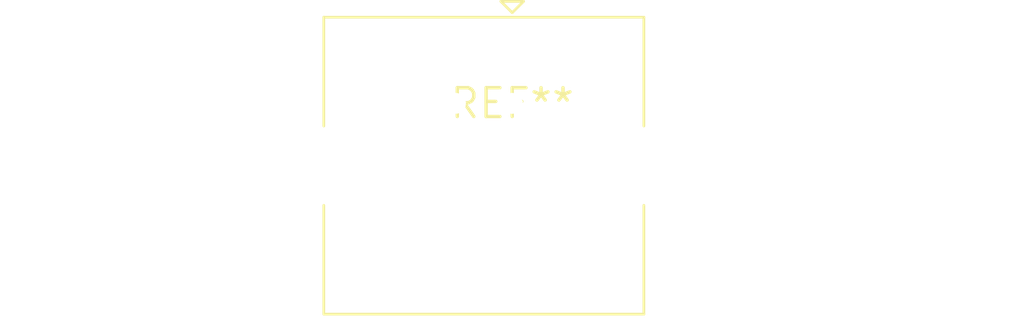
<source format=kicad_pcb>
(kicad_pcb (version 20240108) (generator pcbnew)
  (layers (0 "F.Cu" signal) (31 "B.Cu" signal) (34 "B.Paste" user) (35 "F.Paste" user) (36 "B.SilkS" user "B.Silkscreen") (37 "F.SilkS" user "F.Silkscreen") (38 "B.Mask" user) (39 "F.Mask" user) (44 "Edge.Cuts" user))
  (net 0 "")
  (footprint "USB_B_Amphenol_MUSB-D511_Vertical_Rugged" (layer "F.Cu") (at 0 0)
    (property "Reference" "REF**")
    (property "Value" "USB_B_Amphenol_MUSB-D511_Vertical_Rugged")
    (fp_line (start -8.3 -3.8) (end 5.8 -3.8) (layer "F.SilkS") (stroke (width 0.12)))
    (fp_line (start -8.3 1) (end -8.3 -3.8) (layer "F.SilkS") (stroke (width 0.12)))
    (fp_line (start -8.3 9.3) (end -8.3 4.5) (layer "F.SilkS") (stroke (width 0.12)))
    (fp_line (start -0.5 -4.5) (end 0 -4) (layer "F.SilkS") (stroke (width 0.12)))
    (fp_line (start 0 -4) (end 0.5 -4.5) (layer "F.SilkS") (stroke (width 0.12)))
    (fp_line (start 0.5 -4.5) (end -0.5 -4.5) (layer "F.SilkS") (stroke (width 0.12)))
    (fp_line (start 5.8 -3.8) (end 5.8 1) (layer "F.SilkS") (stroke (width 0.12)))
    (fp_line (start 5.8 4.5) (end 5.8 9.3) (layer "F.SilkS") (stroke (width 0.12)))
    (fp_line (start 5.8 9.3) (end -8.3 9.3) (layer "F.SilkS") (stroke (width 0.12)))
    (pad "1" thru_hole rect (at 0 0) (size 1.4 1.4) (drill 0.92) (layers *.Cu *.Mask) (remove_unused_layers))
    (pad "2" thru_hole circle (at -2.5 0) (size 1.4 1.4) (drill 0.92) (layers *.Cu *.Mask) (remove_unused_layers))
    (pad "3" thru_hole circle (at -2.5 3.2) (size 1.4 1.4) (drill 0.92) (layers *.Cu *.Mask) (remove_unused_layers))
    (pad "4" thru_hole circle (at 0 3.2) (size 1.4 1.4) (drill 0.92) (layers *.Cu *.Mask) (remove_unused_layers))
    (pad "5" thru_hole circle (at -7.27 2.71) (size 3 3) (drill 2.3) (layers *.Cu *.Mask) (remove_unused_layers))
    (pad "5" thru_hole circle (at 4.77 2.71) (size 3 3) (drill 2.3) (layers *.Cu *.Mask) (remove_unused_layers))
  )
)
</source>
